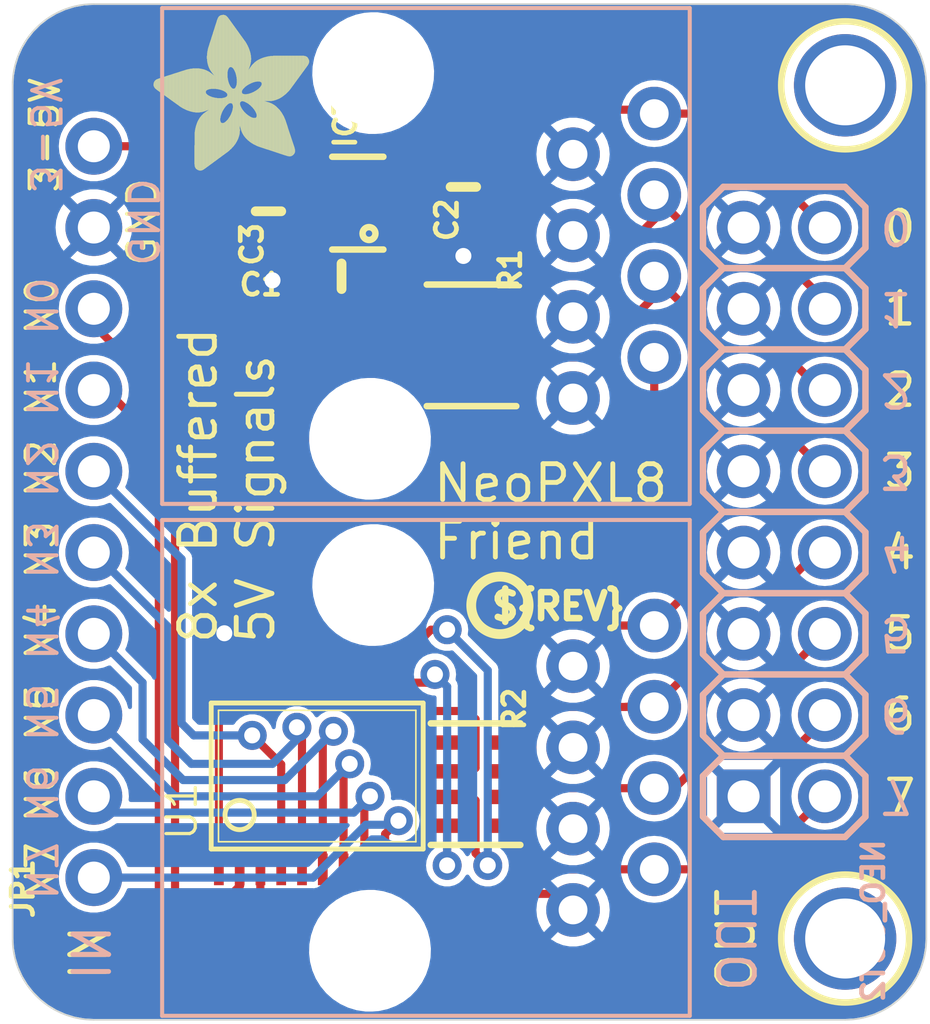
<source format=kicad_pcb>
(kicad_pcb (version 20221018) (generator pcbnew)
  (layers (0 "F.Cu" signal) (31 "B.Cu" signal) (34 "B.Paste" user) (35 "F.Paste" user) (36 "B.SilkS" user "B.Silkscreen") (37 "F.SilkS" user "F.Silkscreen") (38 "B.Mask" user) (39 "F.Mask" user) (44 "Edge.Cuts" user))
  (net 0 "")
  (net 1 "GND")
  (net 2 "N$14")
  (net 3 "N$15")
  (net 4 "3.3V")
  (net 5 "NEO_IN0")
  (net 6 "NEO_IN1")
  (net 7 "NEO_IN2")
  (net 8 "NEO_IN7")
  (net 9 "NEO_IN6")
  (net 10 "NEO_IN5")
  (net 11 "NEO_IN4")
  (net 12 "N$1")
  (net 13 "N$2")
  (net 14 "N$3")
  (net 15 "N$4")
  (net 16 "N$5")
  (net 17 "N$6")
  (net 18 "N$7")
  (net 19 "N$8")
  (net 20 "NEO_OUT0")
  (net 21 "NEO_OUT1")
  (net 22 "NEO_OUT2")
  (net 23 "NEO_OUT3")
  (net 24 "NEO_OUT4")
  (net 25 "NEO_OUT5")
  (net 26 "NEO_OUT6")
  (net 27 "NEO_OUT7")
  (net 28 "+5V")
  (net 29 "NEO_IN3")
  (footprint "working:0603-NO" (layer "F.Cu") (at 144.5006 97.6376 180)
    (fp_text reference "C1" (at 1.778 0.127 180) (layer "F.SilkS") (effects (font (size 0.666496 0.666496) (thickness 0.146304)) (justify right top)))
    (fp_text value "1uF")
    (pad "1" smd rect (at -0.85 0 180) (size 1.075 1) (layers "F.Cu" "F.Paste" "F.Mask") (net 28 "+5V"))
    (pad "2" smd rect (at 0.85 0 180) (size 1.075 1) (layers "F.Cu" "F.Paste" "F.Mask") (net 1 "GND"))
  )
  (footprint "working:0603-NO" (layer "F.Cu") (at 148.3106 94.8436 -90)
    (fp_text reference "C2" (at 1.778 0.127 -90) (layer "F.SilkS") (effects (font (size 0.666496 0.666496) (thickness 0.146304)) (justify left bottom)))
    (fp_text value "1uF")
    (pad "1" smd rect (at -0.85 0 270) (size 1.075 1) (layers "F.Cu" "F.Paste" "F.Mask") (net 4 "3.3V"))
    (pad "2" smd rect (at 0.85 0 270) (size 1.075 1) (layers "F.Cu" "F.Paste" "F.Mask") (net 1 "GND"))
  )
  (footprint "working:ADAFRUIT_5MM" (layer "F.Cu") (at 143.4846 94.3356 90)
    (fp_text reference "U$12" hide)
    (fp_text value "" hide)
  )
  (footprint "working:1X10_ROUND70" (layer "F.Cu") (at 136.7536 105.0036 90)
    (fp_text reference "JP1" (at -12.7762 -1.8288 90) (layer "F.SilkS") (effects (font (size 0.666496 0.666496) (thickness 0.146304)) (justify left bottom)))
    (fp_text value "")
    (pad "1" thru_hole circle (at -11.43 0 180) (size 1.778 1.778) (drill 1) (layers "*.Cu" "*.Mask") (net 8 "NEO_IN7"))
    (pad "2" thru_hole circle (at -8.89 0 180) (size 1.778 1.778) (drill 1) (layers "*.Cu" "*.Mask") (net 9 "NEO_IN6"))
    (pad "3" thru_hole circle (at -6.35 0 180) (size 1.778 1.778) (drill 1) (layers "*.Cu" "*.Mask") (net 10 "NEO_IN5"))
    (pad "4" thru_hole circle (at -3.81 0 180) (size 1.778 1.778) (drill 1) (layers "*.Cu" "*.Mask") (net 11 "NEO_IN4"))
    (pad "5" thru_hole circle (at -1.27 0 180) (size 1.778 1.778) (drill 1) (layers "*.Cu" "*.Mask") (net 29 "NEO_IN3"))
    (pad "6" thru_hole circle (at 1.27 0 180) (size 1.778 1.778) (drill 1) (layers "*.Cu" "*.Mask") (net 7 "NEO_IN2"))
    (pad "7" thru_hole circle (at 3.81 0 180) (size 1.778 1.778) (drill 1) (layers "*.Cu" "*.Mask") (net 6 "NEO_IN1"))
    (pad "8" thru_hole circle (at 6.35 0 180) (size 1.778 1.778) (drill 1) (layers "*.Cu" "*.Mask") (net 5 "NEO_IN0"))
    (pad "9" thru_hole circle (at 8.89 0 180) (size 1.778 1.778) (drill 1) (layers "*.Cu" "*.Mask") (net 1 "GND"))
    (pad "10" thru_hole circle (at 11.43 0 180) (size 1.778 1.778) (drill 1) (layers "*.Cu" "*.Mask") (net 4 "3.3V"))
  )
  (footprint "working:RESPACK_4X0603" (layer "F.Cu") (at 148.5646 99.7966 -90)
    (fp_text reference "R1" (at -1.6 -1.6 -90) (layer "F.SilkS") (effects (font (size 0.666496 0.666496) (thickness 0.146304)) (justify left bottom)))
    (fp_text value "100")
    (pad "1" smd rect (at -1.3 0.85 270) (size 0.45 0.9) (layers "F.Cu" "F.Paste" "F.Mask") (net 19 "N$8"))
    (pad "2" smd rect (at -0.4 0.85 270) (size 0.45 0.9) (layers "F.Cu" "F.Paste" "F.Mask") (net 18 "N$7"))
    (pad "3" smd rect (at 0.4 0.85 270) (size 0.45 0.9) (layers "F.Cu" "F.Paste" "F.Mask") (net 17 "N$6"))
    (pad "4" smd rect (at 1.3 0.85 270) (size 0.45 0.9) (layers "F.Cu" "F.Paste" "F.Mask") (net 16 "N$5"))
    (pad "5" smd rect (at 1.3 -0.85 270) (size 0.45 0.9) (layers "F.Cu" "F.Paste" "F.Mask") (net 23 "NEO_OUT3"))
    (pad "6" smd rect (at 0.4 -0.85 270) (size 0.45 0.9) (layers "F.Cu" "F.Paste" "F.Mask") (net 22 "NEO_OUT2"))
    (pad "7" smd rect (at -0.4 -0.85 270) (size 0.45 0.9) (layers "F.Cu" "F.Paste" "F.Mask") (net 21 "NEO_OUT1"))
    (pad "8" smd rect (at -1.3 -0.85 270) (size 0.45 0.9) (layers "F.Cu" "F.Paste" "F.Mask") (net 20 "NEO_OUT0"))
  )
  (footprint "working:TSSOP20" (layer "F.Cu") (at 143.7386 113.2586)
    (fp_text reference "U1" (at -3.6956 2.0828 90) (layer "F.SilkS") (effects (font (size 0.9144 0.9144) (thickness 0.1016)) (justify left bottom)))
    (fp_text value "74HCT245")
    (pad "1" smd rect (at -3.075 2.9178) (size 0.3048 0.9906) (layers "F.Cu" "F.Paste" "F.Mask") (net 28 "+5V"))
    (pad "2" smd rect (at -2.425 2.9178) (size 0.3048 0.9906) (layers "F.Cu" "F.Paste" "F.Mask") (net 5 "NEO_IN0"))
    (pad "3" smd rect (at -1.775 2.9178) (size 0.3048 0.9906) (layers "F.Cu" "F.Paste" "F.Mask") (net 6 "NEO_IN1"))
    (pad "4" smd rect (at -1.125 2.9178) (size 0.3048 0.9906) (layers "F.Cu" "F.Paste" "F.Mask") (net 7 "NEO_IN2"))
    (pad "5" smd rect (at -0.475 2.9178) (size 0.3048 0.9906) (layers "F.Cu" "F.Paste" "F.Mask") (net 29 "NEO_IN3"))
    (pad "6" smd rect (at 0.175 2.9178) (size 0.3048 0.9906) (layers "F.Cu" "F.Paste" "F.Mask") (net 11 "NEO_IN4"))
    (pad "7" smd rect (at 0.825 2.9178) (size 0.3048 0.9906) (layers "F.Cu" "F.Paste" "F.Mask") (net 10 "NEO_IN5"))
    (pad "8" smd rect (at 1.475 2.9178) (size 0.3048 0.9906) (layers "F.Cu" "F.Paste" "F.Mask") (net 9 "NEO_IN6"))
    (pad "9" smd rect (at 2.125 2.9178) (size 0.3048 0.9906) (layers "F.Cu" "F.Paste" "F.Mask") (net 8 "NEO_IN7"))
    (pad "10" smd rect (at 2.775 2.9178) (size 0.3048 0.9906) (layers "F.Cu" "F.Paste" "F.Mask") (net 1 "GND"))
    (pad "11" smd rect (at 2.775 -2.9178) (size 0.3048 0.9906) (layers "F.Cu" "F.Paste" "F.Mask") (net 12 "N$1"))
    (pad "12" smd rect (at 2.125 -2.9178) (size 0.3048 0.9906) (layers "F.Cu" "F.Paste" "F.Mask") (net 13 "N$2"))
    (pad "13" smd rect (at 1.475 -2.9178) (size 0.3048 0.9906) (layers "F.Cu" "F.Paste" "F.Mask") (net 14 "N$3"))
    (pad "14" smd rect (at 0.825 -2.9178) (size 0.3048 0.9906) (layers "F.Cu" "F.Paste" "F.Mask") (net 15 "N$4"))
    (pad "15" smd rect (at 0.175 -2.9178) (size 0.3048 0.9906) (layers "F.Cu" "F.Paste" "F.Mask") (net 16 "N$5"))
    (pad "16" smd rect (at -0.475 -2.9178) (size 0.3048 0.9906) (layers "F.Cu" "F.Paste" "F.Mask") (net 17 "N$6"))
    (pad "17" smd rect (at -1.125 -2.9178) (size 0.3048 0.9906) (layers "F.Cu" "F.Paste" "F.Mask") (net 18 "N$7"))
    (pad "18" smd rect (at -1.775 -2.9178) (size 0.3048 0.9906) (layers "F.Cu" "F.Paste" "F.Mask") (net 19 "N$8"))
    (pad "19" smd rect (at -2.425 -2.9178) (size 0.3048 0.9906) (layers "F.Cu" "F.Paste" "F.Mask") (net 1 "GND"))
    (pad "20" smd rect (at -3.075 -2.9178) (size 0.3048 0.9906) (layers "F.Cu" "F.Paste" "F.Mask") (net 28 "+5V"))
  )
  (footprint "working:MOUNTINGHOLE_2.5_PLATED" (layer "F.Cu") (at 160.2486 91.6686)
    (fp_text reference "U$3" hide)
    (fp_text value "MOUNTINGHOLE2.5" hide)
    (pad "P$1" thru_hole circle (at 0 0) (size 3.2 3.2) (drill 2.5) (layers "*.Cu" "*.Mask"))
    (zone (net 0) (net_name "") (layer "B.Cu") (connect_pads (clearance 0)) (min_thickness 0.25)
      (keepout (tracks not_allowed) (vias not_allowed) (pads not_allowed) (copperpour not_allowed) (footprints allowed))
      (fill (thermal_gap 0.5) (thermal_bridge_width 0.5))
      (polygon (pts (xy 162.2646 91.6686) (xy 162.24498 91.388027) (xy 162.186504 91.112915) (xy 162.090308 90.848619) (xy 161.958265 90.600283) (xy 161.792946 90.37274) (xy 161.597567 90.17042) (xy 161.375933 89.99726) (xy 161.132356 89.856631) (xy 160.871578 89.75127) (xy 160.598675 89.683228) (xy 160.318957 89.653828) (xy 160.037871 89.663644) (xy 159.760885 89.712484) (xy 159.493393 89.799397) (xy 159.2406 89.922693) (xy 159.007426 90.07997) (xy 158.798411 90.268169) (xy 158.617622 90.483625) (xy 158.468578 90.722145) (xy 158.35418 90.979087) (xy 158.276654 91.24945) (xy 158.237511 91.527971) (xy 158.237511 91.809229) (xy 158.276654 92.08775) (xy 158.35418 92.358113) (xy 158.468578 92.615055) (xy 158.617622 92.853575) (xy 158.798411 93.069031) (xy 159.007426 93.25723) (xy 159.2406 93.414507) (xy 159.493393 93.537803) (xy 159.760885 93.624716) (xy 160.037871 93.673556) (xy 160.318957 93.683372) (xy 160.598675 93.653972) (xy 160.871578 93.58593) (xy 161.132356 93.480569) (xy 161.375933 93.33994) (xy 161.597567 93.16678) (xy 161.792946 92.96446) (xy 161.958265 92.736917) (xy 162.090308 92.488581) (xy 162.186504 92.224285) (xy 162.24498 91.949173)))
      (polygon (pts (xy 160.2326 91.6686) (xy 160.237286 91.679914) (xy 160.2486 91.6846) (xy 160.259914 91.679914) (xy 160.2646 91.6686) (xy 160.259914 91.657286) (xy 160.2486 91.6526) (xy 160.237286 91.657286)))
    )
  )
  (footprint "working:RESPACK_4X0603" (layer "F.Cu") (at 148.6916 113.5126 -90)
    (fp_text reference "R2" (at -1.6 -1.6 -90) (layer "F.SilkS") (effects (font (size 0.666496 0.666496) (thickness 0.146304)) (justify left bottom)))
    (fp_text value "100")
    (pad "1" smd rect (at -1.3 0.85 270) (size 0.45 0.9) (layers "F.Cu" "F.Paste" "F.Mask") (net 15 "N$4"))
    (pad "2" smd rect (at -0.4 0.85 270) (size 0.45 0.9) (layers "F.Cu" "F.Paste" "F.Mask") (net 14 "N$3"))
    (pad "3" smd rect (at 0.4 0.85 270) (size 0.45 0.9) (layers "F.Cu" "F.Paste" "F.Mask") (net 13 "N$2"))
    (pad "4" smd rect (at 1.3 0.85 270) (size 0.45 0.9) (layers "F.Cu" "F.Paste" "F.Mask") (net 12 "N$1"))
    (pad "5" smd rect (at 1.3 -0.85 270) (size 0.45 0.9) (layers "F.Cu" "F.Paste" "F.Mask") (net 27 "NEO_OUT7"))
    (pad "6" smd rect (at 0.4 -0.85 270) (size 0.45 0.9) (layers "F.Cu" "F.Paste" "F.Mask") (net 26 "NEO_OUT6"))
    (pad "7" smd rect (at -0.4 -0.85 270) (size 0.45 0.9) (layers "F.Cu" "F.Paste" "F.Mask") (net 25 "NEO_OUT5"))
    (pad "8" smd rect (at -1.3 -0.85 270) (size 0.45 0.9) (layers "F.Cu" "F.Paste" "F.Mask") (net 24 "NEO_OUT4"))
  )
  (footprint "working:SOT23-6" (layer "F.Cu") (at 145.0086 95.3516 90)
    (fp_text reference "IC3" (at 1.651 0 90) (layer "F.SilkS") (effects (font (size 0.666496 0.666496) (thickness 0.146304)) (justify left bottom)))
    (fp_text value "AP3602")
    (pad "1" smd rect (at -0.95 1.3 90) (size 0.55 1.2) (layers "F.Cu" "F.Paste" "F.Mask") (net 28 "+5V"))
    (pad "2" smd rect (at 0 1.3 90) (size 0.55 1.2) (layers "F.Cu" "F.Paste" "F.Mask") (net 1 "GND"))
    (pad "3" smd rect (at 0.95 1.3 90) (size 0.55 1.2) (layers "F.Cu" "F.Paste" "F.Mask") (net 4 "3.3V"))
    (pad "4" smd rect (at 0.95 -1.3 90) (size 0.55 1.2) (layers "F.Cu" "F.Paste" "F.Mask") (net 3 "N$15"))
    (pad "5" smd rect (at 0 -1.3 90) (size 0.55 1.2) (layers "F.Cu" "F.Paste" "F.Mask") (net 4 "3.3V"))
    (pad "6" smd rect (at -0.95 -1.3 90) (size 0.55 1.2) (layers "F.Cu" "F.Paste" "F.Mask") (net 2 "N$14"))
  )
  (footprint "working:FIDUCIAL_1MM" (layer "F.Cu") (at 148.8821 118.4021)
    (fp_text reference "FID1" hide)
    (fp_text value "FIDUCIAL_1MM" hide)
    (pad "1" smd roundrect (at 0 0) (size 1 1) (layers "F.Cu" "F.Mask") (roundrect_rratio 0.5))
  )
  (footprint "working:MOUNTINGHOLE_2.5_PLATED" (layer "F.Cu") (at 160.2486 118.3386)
    (fp_text reference "U$7" hide)
    (fp_text value "MOUNTINGHOLE2.5" hide)
    (pad "P$1" thru_hole circle (at 0 0) (size 3.2 3.2) (drill 2.5) (layers "*.Cu" "*.Mask"))
    (zone (net 0) (net_name "") (layer "B.Cu") (connect_pads (clearance 0)) (min_thickness 0.25)
      (keepout (tracks not_allowed) (vias not_allowed) (pads not_allowed) (copperpour not_allowed) (footprints allowed))
      (fill (thermal_gap 0.5) (thermal_bridge_width 0.5))
      (polygon (pts (xy 162.2646 118.3386) (xy 162.24498 118.058027) (xy 162.186504 117.782915) (xy 162.090308 117.518619) (xy 161.958265 117.270283) (xy 161.792946 117.04274) (xy 161.597567 116.84042) (xy 161.375933 116.66726) (xy 161.132356 116.526631) (xy 160.871578 116.42127) (xy 160.598675 116.353228) (xy 160.318957 116.323828) (xy 160.037871 116.333644) (xy 159.760885 116.382484) (xy 159.493393 116.469397) (xy 159.2406 116.592693) (xy 159.007426 116.74997) (xy 158.798411 116.938169) (xy 158.617622 117.153625) (xy 158.468578 117.392145) (xy 158.35418 117.649087) (xy 158.276654 117.91945) (xy 158.237511 118.197971) (xy 158.237511 118.479229) (xy 158.276654 118.75775) (xy 158.35418 119.028113) (xy 158.468578 119.285055) (xy 158.617622 119.523575) (xy 158.798411 119.739031) (xy 159.007426 119.92723) (xy 159.2406 120.084507) (xy 159.493393 120.207803) (xy 159.760885 120.294716) (xy 160.037871 120.343556) (xy 160.318957 120.353372) (xy 160.598675 120.323972) (xy 160.871578 120.25593) (xy 161.132356 120.150569) (xy 161.375933 120.00994) (xy 161.597567 119.83678) (xy 161.792946 119.63446) (xy 161.958265 119.406917) (xy 162.090308 119.158581) (xy 162.186504 118.894285) (xy 162.24498 118.619173)))
      (polygon (pts (xy 160.2326 118.3386) (xy 160.237286 118.349914) (xy 160.2486 118.3546) (xy 160.259914 118.349914) (xy 160.2646 118.3386) (xy 160.259914 118.327286) (xy 160.2486 118.3226) (xy 160.237286 118.327286)))
    )
  )
  (footprint "working:0603-NO" (layer "F.Cu") (at 142.2146 95.6056 -90)
    (fp_text reference "C3" (at 1.778 0.127 -90) (layer "F.SilkS") (effects (font (size 0.666496 0.666496) (thickness 0.146304)) (justify left bottom)))
    (fp_text value "1uF")
    (pad "1" smd rect (at -0.85 0 270) (size 1.075 1) (layers "F.Cu" "F.Paste" "F.Mask") (net 3 "N$15"))
    (pad "2" smd rect (at 0.85 0 270) (size 1.075 1) (layers "F.Cu" "F.Paste" "F.Mask") (net 2 "N$14"))
  )
  (footprint "working:FIDUCIAL_1MM" (layer "F.Cu") (at 148.5011 90.9066)
    (fp_text reference "FID2" hide)
    (fp_text value "FIDUCIAL_1MM" hide)
    (pad "1" smd roundrect (at 0 0) (size 1 1) (layers "F.Cu" "F.Mask") (roundrect_rratio 0.5))
  )
  (footprint "working:PCBFEAT-REV-040" (layer "F.Cu") (at 149.4536 107.9246)
    (fp_text reference "U$11" hide)
    (fp_text value "" hide)
    (fp_text user "${REV}" (at -0.3556 0.508) (layer "F.SilkS") (effects (font (size 0.8128 0.8128) (thickness 0.2032)) (justify left bottom)))
  )
  (footprint "working:2X08" (layer "B.Cu") (at 158.3436 105.0036 90)
    (fp_text reference "NEO_OUT2" (at -10.16 3.175 270) (layer "B.SilkS") (effects (font (size 0.666496 0.666496) (thickness 0.146304)) (justify left bottom mirror)))
    (fp_text value "")
    (pad "1" thru_hole rect (at -8.89 -1.27 90) (size 1.6764 1.6764) (drill 1) (layers "*.Cu" "*.Mask") (net 1 "GND"))
    (pad "2" thru_hole circle (at -8.89 1.27 90) (size 1.6764 1.6764) (drill 1) (layers "*.Cu" "*.Mask") (net 27 "NEO_OUT7"))
    (pad "3" thru_hole circle (at -6.35 -1.27 90) (size 1.6764 1.6764) (drill 1) (layers "*.Cu" "*.Mask") (net 1 "GND"))
    (pad "4" thru_hole circle (at -6.35 1.27 90) (size 1.6764 1.6764) (drill 1) (layers "*.Cu" "*.Mask") (net 26 "NEO_OUT6"))
    (pad "5" thru_hole circle (at -3.81 -1.27 90) (size 1.6764 1.6764) (drill 1) (layers "*.Cu" "*.Mask") (net 1 "GND"))
    (pad "6" thru_hole circle (at -3.81 1.27 90) (size 1.6764 1.6764) (drill 1) (layers "*.Cu" "*.Mask") (net 25 "NEO_OUT5"))
    (pad "7" thru_hole circle (at -1.27 -1.27 90) (size 1.6764 1.6764) (drill 1) (layers "*.Cu" "*.Mask") (net 1 "GND"))
    (pad "8" thru_hole circle (at -1.27 1.27 90) (size 1.6764 1.6764) (drill 1) (layers "*.Cu" "*.Mask") (net 24 "NEO_OUT4"))
    (pad "9" thru_hole circle (at 1.27 -1.27 90) (size 1.6764 1.6764) (drill 1) (layers "*.Cu" "*.Mask") (net 1 "GND"))
    (pad "10" thru_hole circle (at 1.27 1.27 90) (size 1.6764 1.6764) (drill 1) (layers "*.Cu" "*.Mask") (net 23 "NEO_OUT3"))
    (pad "11" thru_hole circle (at 3.81 -1.27 90) (size 1.6764 1.6764) (drill 1) (layers "*.Cu" "*.Mask") (net 1 "GND"))
    (pad "12" thru_hole circle (at 3.81 1.27 90) (size 1.6764 1.6764) (drill 1) (layers "*.Cu" "*.Mask") (net 22 "NEO_OUT2"))
    (pad "13" thru_hole circle (at 6.35 -1.27 90) (size 1.6764 1.6764) (drill 1) (layers "*.Cu" "*.Mask") (net 1 "GND"))
    (pad "14" thru_hole circle (at 6.35 1.27 90) (size 1.6764 1.6764) (drill 1) (layers "*.Cu" "*.Mask") (net 21 "NEO_OUT1"))
    (pad "15" thru_hole circle (at 8.89 -1.27 90) (size 1.6764 1.6764) (drill 1) (layers "*.Cu" "*.Mask") (net 1 "GND"))
    (pad "16" thru_hole circle (at 8.89 1.27 90) (size 1.6764 1.6764) (drill 1) (layers "*.Cu" "*.Mask") (net 20 "NEO_OUT0"))
  )
  (footprint "working:RJ45_VERTICAL_UNSHIELDED" (layer "B.Cu") (at 145.3896 97.0026 90)
    (fp_text reference "CN2" hide)
    (fp_text value "RJ45_V_UNSH" hide)
    (pad "" np_thru_hole circle (at -5.715 0 90) (size 3.302 3.302) (drill 3.302) (layers "*.Cu" "*.Mask"))
    (pad "" np_thru_hole circle (at 5.715 0.1 90) (size 3.302 3.302) (drill 3.302) (layers "*.Cu" "*.Mask"))
    (pad "1" thru_hole circle (at -4.44 6.35 90) (size 1.6764 1.6764) (drill 0.9) (layers "*.Cu" "*.Mask") (net 1 "GND"))
    (pad "2" thru_hole circle (at -3.17 8.89 90) (size 1.6764 1.6764) (drill 0.9) (layers "*.Cu" "*.Mask") (net 23 "NEO_OUT3"))
    (pad "3" thru_hole circle (at -1.9 6.35 90) (size 1.6764 1.6764) (drill 0.9) (layers "*.Cu" "*.Mask") (net 1 "GND"))
    (pad "4" thru_hole circle (at -0.63 8.89 90) (size 1.6764 1.6764) (drill 0.9) (layers "*.Cu" "*.Mask") (net 22 "NEO_OUT2"))
    (pad "5" thru_hole circle (at 0.64 6.35 90) (size 1.6764 1.6764) (drill 0.9) (layers "*.Cu" "*.Mask") (net 1 "GND"))
    (pad "6" thru_hole circle (at 1.91 8.89 90) (size 1.6764 1.6764) (drill 0.9) (layers "*.Cu" "*.Mask") (net 21 "NEO_OUT1"))
    (pad "7" thru_hole circle (at 3.18 6.35 90) (size 1.6764 1.6764) (drill 0.9) (layers "*.Cu" "*.Mask") (net 1 "GND"))
    (pad "8" thru_hole circle (at 4.45 8.89 90) (size 1.6764 1.6764) (drill 0.9) (layers "*.Cu" "*.Mask") (net 20 "NEO_OUT0"))
  )
  (footprint "working:RJ45_VERTICAL_UNSHIELDED" (layer "B.Cu") (at 145.3896 113.0046 90)
    (fp_text reference "CN1" hide)
    (fp_text value "RJ45_V_UNSH" hide)
    (pad "" np_thru_hole circle (at -5.715 0 90) (size 3.302 3.302) (drill 3.302) (layers "*.Cu" "*.Mask"))
    (pad "" np_thru_hole circle (at 5.715 0.1 90) (size 3.302 3.302) (drill 3.302) (layers "*.Cu" "*.Mask"))
    (pad "1" thru_hole circle (at -4.44 6.35 90) (size 1.6764 1.6764) (drill 0.9) (layers "*.Cu" "*.Mask") (net 1 "GND"))
    (pad "2" thru_hole circle (at -3.17 8.89 90) (size 1.6764 1.6764) (drill 0.9) (layers "*.Cu" "*.Mask") (net 27 "NEO_OUT7"))
    (pad "3" thru_hole circle (at -1.9 6.35 90) (size 1.6764 1.6764) (drill 0.9) (layers "*.Cu" "*.Mask") (net 1 "GND"))
    (pad "4" thru_hole circle (at -0.63 8.89 90) (size 1.6764 1.6764) (drill 0.9) (layers "*.Cu" "*.Mask") (net 26 "NEO_OUT6"))
    (pad "5" thru_hole circle (at 0.64 6.35 90) (size 1.6764 1.6764) (drill 0.9) (layers "*.Cu" "*.Mask") (net 1 "GND"))
    (pad "6" thru_hole circle (at 1.91 8.89 90) (size 1.6764 1.6764) (drill 0.9) (layers "*.Cu" "*.Mask") (net 25 "NEO_OUT5"))
    (pad "7" thru_hole circle (at 3.18 6.35 90) (size 1.6764 1.6764) (drill 0.9) (layers "*.Cu" "*.Mask") (net 1 "GND"))
    (pad "8" thru_hole circle (at 4.45 8.89 90) (size 1.6764 1.6764) (drill 0.9) (layers "*.Cu" "*.Mask") (net 24 "NEO_OUT4"))
  )
  (gr_arc (start 162.7886 118.3386) (mid 162.044651 120.134651) (end 160.2486 120.8786) (stroke (width 0.05)) (layer "Edge.Cuts"))
  (gr_arc (start 160.2486 89.1286) (mid 162.044651 89.872549) (end 162.7886 91.6686) (stroke (width 0.05)) (layer "Edge.Cuts"))
  (gr_line (start 136.7536 120.8786) (end 160.2486 120.8786) (stroke (width 0.05)) (layer "Edge.Cuts"))
  (gr_arc (start 134.2136 91.6686) (mid 134.957549 89.872549) (end 136.7536 89.1286) (stroke (width 0.05)) (layer "Edge.Cuts"))
  (gr_line (start 134.2136 91.6686) (end 134.2136 118.3386) (stroke (width 0.05)) (layer "Edge.Cuts"))
  (gr_arc (start 136.7536 120.8786) (mid 134.957549 120.134651) (end 134.2136 118.3386) (stroke (width 0.05)) (layer "Edge.Cuts"))
  (gr_line (start 162.7886 118.3386) (end 162.7886 91.6686) (stroke (width 0.05)) (layer "Edge.Cuts"))
  (gr_line (start 160.2486 89.1286) (end 136.7536 89.1286) (stroke (width 0.05)) (layer "Edge.Cuts"))
  (gr_text "5" (at 161.2646 108.8136 -180) (layer "B.SilkS") (effects (font (size 1.00584 1.00584) (thickness 0.13716)) (justify left mirror)))
  (gr_text "0" (at 161.2646 96.1136 -180) (layer "B.SilkS") (effects (font (size 1.00584 1.00584) (thickness 0.13716)) (justify left mirror)))
  (gr_text "N3" (at 135.1026 107.1626 -90) (layer "B.SilkS") (effects (font (size 0.89408 0.89408) (thickness 0.12192)) (justify left mirror)))
  (gr_text "N7" (at 135.1026 117.1956 -90) (layer "B.SilkS") (effects (font (size 0.89408 0.89408) (thickness 0.12192)) (justify left mirror)))
  (gr_text "2" (at 161.2646 101.1936 -180) (layer "B.SilkS") (effects (font (size 1.00584 1.00584) (thickness 0.13716)) (justify left mirror)))
  (gr_text "N6" (at 135.1026 114.7826 -90) (layer "B.SilkS") (effects (font (size 0.89408 0.89408) (thickness 0.12192)) (justify left mirror)))
  (gr_text "7" (at 161.2646 113.8936 -180) (layer "B.SilkS") (effects (font (size 1.00584 1.00584) (thickness 0.13716)) (justify left mirror)))
  (gr_text "1" (at 161.2646 98.6536 -180) (layer "B.SilkS") (effects (font (size 1.00584 1.00584) (thickness 0.13716)) (justify left mirror)))
  (gr_text "OUT" (at 157.4546 116.6876 -90) (layer "B.SilkS") (effects (font (size 1.1176 1.1176) (thickness 0.1524)) (justify right top mirror)))
  (gr_text "GND" (at 138.2776 97.3836 -90) (layer "B.SilkS") (effects (font (size 0.89408 0.89408) (thickness 0.12192)) (justify left mirror)))
  (gr_text "IN" (at 137.2616 117.8306 -90) (layer "B.SilkS") (effects (font (size 1.1176 1.1176) (thickness 0.1524)) (justify right top mirror)))
  (gr_text "N4" (at 135.1026 109.7026 -90) (layer "B.SilkS") (effects (font (size 0.89408 0.89408) (thickness 0.12192)) (justify left mirror)))
  (gr_text "3" (at 161.2646 103.7336 -180) (layer "B.SilkS") (effects (font (size 1.00584 1.00584) (thickness 0.13716)) (justify left mirror)))
  (gr_text "4" (at 161.2646 106.2736 -180) (layer "B.SilkS") (effects (font (size 1.00584 1.00584) (thickness 0.13716)) (justify left mirror)))
  (gr_text "6" (at 161.2646 111.3536 -180) (layer "B.SilkS") (effects (font (size 1.00584 1.00584) (thickness 0.13716)) (justify left mirror)))
  (gr_text "N0" (at 135.1026 99.5426 -90) (layer "B.SilkS") (effects (font (size 0.89408 0.89408) (thickness 0.12192)) (justify left mirror)))
  (gr_text "N1" (at 135.1026 102.0826 -90) (layer "B.SilkS") (effects (font (size 0.89408 0.89408) (thickness 0.12192)) (justify left mirror)))
  (gr_text "3-5V" (at 135.2296 95.0976 -90) (layer "B.SilkS") (effects (font (size 0.89408 0.89408) (thickness 0.12192)) (justify left mirror)))
  (gr_text "N2" (at 135.1026 104.6226 -90) (layer "B.SilkS") (effects (font (size 0.89408 0.89408) (thickness 0.12192)) (justify left mirror)))
  (gr_text "N5" (at 135.1026 112.2426 -90) (layer "B.SilkS") (effects (font (size 0.89408 0.89408) (thickness 0.12192)) (justify left mirror)))
  (gr_text "GND" (at 138.2776 97.3836 90) (layer "F.SilkS") (effects (font (size 0.89408 0.89408) (thickness 0.12192)) (justify left)))
  (gr_text "N1" (at 135.1026 102.0826 90) (layer "F.SilkS") (effects (font (size 0.89408 0.89408) (thickness 0.12192)) (justify left)))
  (gr_text "1" (at 162.5346 98.6536) (layer "F.SilkS") (effects (font (size 1.00584 1.00584) (thickness 0.13716)) (justify right)))
  (gr_text "N6" (at 135.1026 114.7826 90) (layer "F.SilkS") (effects (font (size 0.89408 0.89408) (thickness 0.12192)) (justify left)))
  (gr_text "OUT" (at 156.1846 116.6876 90) (layer "F.SilkS") (effects (font (size 1.1176 1.1176) (thickness 0.1524)) (justify right top)))
  (gr_text "5" (at 162.5346 108.8136) (layer "F.SilkS") (effects (font (size 1.00584 1.00584) (thickness 0.13716)) (justify right)))
  (gr_text "3-5V" (at 135.2296 95.0976 90) (layer "F.SilkS") (effects (font (size 0.89408 0.89408) (thickness 0.12192)) (justify left)))
  (gr_text "N5" (at 135.1026 112.2426 90) (layer "F.SilkS") (effects (font (size 0.89408 0.89408) (thickness 0.12192)) (justify left)))
  (gr_text "7" (at 162.5346 113.8936) (layer "F.SilkS") (effects (font (size 1.00584 1.00584) (thickness 0.13716)) (justify right)))
  (gr_text "3" (at 162.5346 103.7336) (layer "F.SilkS") (effects (font (size 1.00584 1.00584) (thickness 0.13716)) (justify right)))
  (gr_text "N3" (at 135.1026 107.1626 90) (layer "F.SilkS") (effects (font (size 0.89408 0.89408) (thickness 0.12192)) (justify left)))
  (gr_text "N0" (at 135.1026 99.5426 90) (layer "F.SilkS") (effects (font (size 0.89408 0.89408) (thickness 0.12192)) (justify left)))
  (gr_text "IN" (at 137.2616 119.7356 90) (layer "F.SilkS") (effects (font (size 1.1176 1.1176) (thickness 0.1524)) (justify left bottom)))
  (gr_text "6" (at 162.5346 111.3536) (layer "F.SilkS") (effects (font (size 1.00584 1.00584) (thickness 0.13716)) (justify right)))
  (gr_text "N7" (at 135.1026 117.1956 90) (layer "F.SilkS") (effects (font (size 0.89408 0.89408) (thickness 0.12192)) (justify left)))
  (gr_text "8x Buffered\n5V Signals" (at 142.4686 109.1946 90) (layer "F.SilkS") (effects (font (size 1.1176 1.1176) (thickness 0.1524)) (justify left bottom)))
  (gr_text "4" (at 162.5346 106.2736) (layer "F.SilkS") (effects (font (size 1.00584 1.00584) (thickness 0.13716)) (justify right)))
  (gr_text "NeoPXL8\nFriend" (at 147.2946 105.0036) (layer "F.SilkS") (effects (font (size 1.1176 1.1176) (thickness 0.1524)) (justify left)))
  (gr_text "2" (at 162.5346 101.1936) (layer "F.SilkS") (effects (font (size 1.00584 1.00584) (thickness 0.13716)) (justify right)))
  (gr_text "N4" (at 135.1026 109.7026 90) (layer "F.SilkS") (effects (font (size 0.89408 0.89408) (thickness 0.12192)) (justify left)))
  (gr_text "0" (at 162.5346 96.1136) (layer "F.SilkS") (effects (font (size 1.00584 1.00584) (thickness 0.13716)) (justify right)))
  (gr_text "N2" (at 135.1026 104.6226 90) (layer "F.SilkS") (effects (font (size 0.89408 0.89408) (thickness 0.12192)) (justify left)))
  (segment (start 140.8176 108.8136) (end 140.83515 108.79605) (width 0.254) (layer "F.Cu") (net 1))
  (segment (start 147.5096 95.6936) (end 148.3106 95.6936) (width 0.254) (layer "F.Cu") (net 1))
  (segment (start 140.9446 108.8136) (end 140.8176 108.8136) (width 0.254) (layer "F.Cu") (net 1))
  (segment (start 141.3136 109.1826) (end 140.9446 108.8136) (width 0.254) (layer "F.Cu") (net 1))
  (segment (start 146.3086 95.3516) (end 147.1676 95.3516) (width 0.254) (layer "F.Cu") (net 1))
  (segment (start 147.2788 116.9416) (end 146.5136 116.1764) (width 0.254) (layer "F.Cu") (net 1))
  (segment (start 151.7396 117.4446) (end 151.2366 116.9416) (width 0.254) (layer "F.Cu") (net 1))
  (segment (start 147.1676 95.3516) (end 147.5096 95.6936) (width 0.254) (layer "F.Cu") (net 1))
  (segment (start 143.6506 97.6376) (end 142.4686 97.6376) (width 0.254) (layer "F.Cu") (net 1))
  (segment (start 151.2366 116.9416) (end 147.2788 116.9416) (width 0.254) (layer "F.Cu") (net 1))
  (segment (start 142.4686 97.6376) (end 142.3416 97.7646) (width 0.254) (layer "F.Cu") (net 1))
  (segment (start 148.3106 95.6936) (end 148.3106 97.0026) (width 0.254) (layer "F.Cu") (net 1))
  (segment (start 141.3136 110.3408) (end 141.3136 109.1826) (width 0.254) (layer "F.Cu") (net 1))
  (via (at 148.3106 97.0026) (size 0.9064) (drill 0.5) (layers "F.Cu" "B.Cu") (net 1))
  (via (at 142.3416 97.7646) (size 0.9064) (drill 0.5) (layers "F.Cu" "B.Cu") (net 1))
  (via (at 140.83515 108.79605) (size 0.9064) (drill 0.5) (layers "F.Cu" "B.Cu") (net 1))
  (segment (start 142.2146 96.4556) (end 142.3686 96.3016) (width 0.254) (layer "F.Cu") (net 2))
  (segment (start 142.3686 96.3016) (end 143.7086 96.3016) (width 0.254) (layer "F.Cu") (net 2))
  (segment (start 142.5686 94.4016) (end 143.7086 94.4016) (width 0.254) (layer "F.Cu") (net 3))
  (segment (start 142.2146 94.7556) (end 142.5686 94.4016) (width 0.254) (layer "F.Cu") (net 3))
  (segment (start 143.7086 95.3516) (end 144.6276 95.3516) (width 0.254) (layer "F.Cu") (net 4))
  (segment (start 148.0296 94.2746) (end 148.3106 93.9936) (width 0.254) (layer "F.Cu") (net 4))
  (segment (start 144.8816 93.5736) (end 145.6076 93.5736) (width 0.254) (layer "F.Cu") (net 4))
  (segment (start 146.3086 94.2746) (end 148.0296 94.2746) (width 0.254) (layer "F.Cu") (net 4))
  (segment (start 145.6076 93.5736) (end 146.3086 94.2746) (width 0.254) (layer "F.Cu") (net 4))
  (segment (start 144.6276 95.3516) (end 144.8816 95.0976) (width 0.254) (layer "F.Cu") (net 4))
  (segment (start 144.8816 95.0976) (end 144.8816 93.5736) (width 0.254) (layer "F.Cu") (net 4))
  (segment (start 136.7536 93.5736) (end 144.8816 93.5736) (width 0.254) (layer "F.Cu") (net 4))
  (segment (start 146.3086 94.2746) (end 146.3086 94.4016) (width 0.254) (layer "F.Cu") (net 4))
  (segment (start 140.8176 117.1956) (end 141.3256 116.6876) (width 0.254) (layer "F.Cu") (net 5))
  (segment (start 136.7536 99.1616) (end 139.2936 101.7016) (width 0.254) (layer "F.Cu") (net 5))
  (segment (start 139.5476 117.1956) (end 140.8176 117.1956) (width 0.254) (layer "F.Cu") (net 5))
  (segment (start 139.2936 101.7016) (end 139.2936 116.9416) (width 0.254) (layer "F.Cu") (net 5))
  (segment (start 139.2936 116.9416) (end 139.5476 117.1956) (width 0.254) (layer "F.Cu") (net 5))
  (segment (start 141.3256 116.6876) (end 141.3256 116.1884) (width 0.254) (layer "F.Cu") (net 5))
  (segment (start 141.3256 116.1884) (end 141.3136 116.1764) (width 0.254) (layer "F.Cu") (net 5))
  (segment (start 136.7536 98.6536) (end 136.7536 99.1616) (width 0.254) (layer "F.Cu") (net 5))
  (segment (start 139.2936 117.7036) (end 141.3256 117.7036) (width 0.254) (layer "F.Cu") (net 6))
  (segment (start 141.9606 117.0686) (end 141.9606 116.1794) (width 0.254) (layer "F.Cu") (net 6))
  (segment (start 138.7856 102.8446) (end 138.7856 117.1956) (width 0.254) (layer "F.Cu") (net 6))
  (segment (start 141.3256 117.7036) (end 141.9606 117.0686) (width 0.254) (layer "F.Cu") (net 6))
  (segment (start 138.7856 117.1956) (end 139.2936 117.7036) (width 0.254) (layer "F.Cu") (net 6))
  (segment (start 136.7536 101.1936) (end 137.1346 101.1936) (width 0.254) (layer "F.Cu") (net 6))
  (segment (start 137.1346 101.1936) (end 138.7856 102.8446) (width 0.254) (layer "F.Cu") (net 6))
  (segment (start 141.9606 116.1794) (end 141.9636 116.1764) (width 0.254) (layer "F.Cu") (net 6))
  (segment (start 142.6136 112.8956) (end 141.7066 111.9886) (width 0.254) (layer "F.Cu") (net 7))
  (segment (start 142.6136 116.1764) (end 142.6136 112.8956) (width 0.254) (layer "F.Cu") (net 7))
  (via (at 141.7066 111.9886) (size 0.9064) (drill 0.5) (layers "F.Cu" "B.Cu") (net 7))
  (segment (start 139.8778 111.9886) (end 141.7066 111.9886) (width 0.254) (layer "B.Cu") (net 7))
  (segment (start 139.4968 111.6076) (end 139.8778 111.9886) (width 0.254) (layer "B.Cu") (net 7))
  (segment (start 136.7536 103.7336) (end 139.4968 106.4768) (width 0.254) (layer "B.Cu") (net 7))
  (segment (start 139.4968 106.4768) (end 139.4968 111.6076) (width 0.254) (layer "B.Cu") (net 7))
  (segment (start 145.8636 116.1764) (end 145.8636 115.0706) (width 0.254) (layer "F.Cu") (net 8))
  (segment (start 145.8636 115.0706) (end 146.2786 114.6556) (width 0.254) (layer "F.Cu") (net 8))
  (via (at 146.2786 114.6556) (size 0.9064) (drill 0.5) (layers "F.Cu" "B.Cu") (net 8))
  (segment (start 136.7536 116.4336) (end 143.6116 116.4336) (width 0.254) (layer "B.Cu") (net 8))
  (segment (start 143.6116 116.4336) (end 145.2626 114.7826) (width 0.254) (layer "B.Cu") (net 8))
  (segment (start 146.1516 114.7826) (end 146.2786 114.6556) (width 0.254) (layer "B.Cu") (net 8))
  (segment (start 145.2626 114.7826) (end 146.1516 114.7826) (width 0.254) (layer "B.Cu") (net 8))
  (segment (start 145.2136 114.0696) (end 145.3896 113.8936) (width 0.254) (layer "F.Cu") (net 9))
  (segment (start 145.2136 116.1764) (end 145.2136 114.0696) (width 0.254) (layer "F.Cu") (net 9))
  (via (at 145.3896 113.8936) (size 0.9064) (drill 0.5) (layers "F.Cu" "B.Cu") (net 9))
  (segment (start 144.8816 114.4016) (end 137.2616 114.4016) (width 0.254) (layer "B.Cu") (net 9))
  (segment (start 145.3896 113.8936) (end 144.8816 114.4016) (width 0.254) (layer "B.Cu") (net 9))
  (segment (start 137.2616 114.4016) (end 136.7536 113.8936) (width 0.254) (layer "B.Cu") (net 9))
  (segment (start 144.5636 116.1764) (end 144.5636 113.0686) (width 0.254) (layer "F.Cu") (net 10))
  (segment (start 144.5636 113.0686) (end 144.7546 112.8776) (width 0.254) (layer "F.Cu") (net 10))
  (via (at 144.7546 112.8776) (size 0.9064) (drill 0.5) (layers "F.Cu" "B.Cu") (net 10))
  (segment (start 143.7386 113.8936) (end 139.2936 113.8936) (width 0.254) (layer "B.Cu") (net 10))
  (segment (start 144.7546 112.8776) (end 143.7386 113.8936) (width 0.254) (layer "B.Cu") (net 10))
  (segment (start 139.2936 113.8936) (end 136.7536 111.3536) (width 0.254) (layer "B.Cu") (net 10))
  (segment (start 143.9136 112.1946) (end 144.2466 111.8616) (width 0.254) (layer "F.Cu") (net 11))
  (segment (start 143.9136 116.1764) (end 143.9136 112.1946) (width 0.254) (layer "F.Cu") (net 11))
  (via (at 144.2466 111.8616) (size 0.9064) (drill 0.5) (layers "F.Cu" "B.Cu") (net 11))
  (segment (start 139.5476 113.3856) (end 138.2776 112.1156) (width 0.254) (layer "B.Cu") (net 11))
  (segment (start 138.2776 112.1156) (end 138.2776 110.3376) (width 0.254) (layer "B.Cu") (net 11))
  (segment (start 142.7226 113.3856) (end 139.5476 113.3856) (width 0.254) (layer "B.Cu") (net 11))
  (segment (start 138.2776 110.3376) (end 136.7536 108.8136) (width 0.254) (layer "B.Cu") (net 11))
  (segment (start 144.2466 111.8616) (end 142.7226 113.3856) (width 0.254) (layer "B.Cu") (net 11))
  (segment (start 147.1644 110.3408) (end 147.4216 110.0836) (width 0.254) (layer "F.Cu") (net 12))
  (segment (start 147.8026 114.8126) (end 147.8026 116.0526) (width 0.254) (layer "F.Cu") (net 12))
  (segment (start 147.8416 114.8126) (end 147.8026 114.8126) (width 0.254) (layer "F.Cu") (net 12))
  (segment (start 146.5136 110.3408) (end 147.1644 110.3408) (width 0.254) (layer "F.Cu") (net 12))
  (via (at 147.4216 110.0836) (size 0.9064) (drill 0.5) (layers "F.Cu" "B.Cu") (net 12))
  (via (at 147.8026 116.0526) (size 0.9064) (drill 0.5) (layers "F.Cu" "B.Cu") (net 12))
  (segment (start 147.8026 116.0526) (end 147.8026 110.4646) (width 0.254) (layer "B.Cu") (net 12))
  (segment (start 147.8026 110.4646) (end 147.4216 110.0836) (width 0.254) (layer "B.Cu") (net 12))
  (segment (start 147.8026 108.6866) (end 147.2946 108.6866) (width 0.254) (layer "F.Cu") (net 13))
  (segment (start 148.6916 115.6716) (end 149.0726 116.0526) (width 0.254) (layer "F.Cu") (net 13))
  (segment (start 145.8636 109.6096) (end 145.8636 110.3408) (width 0.254) (layer "F.Cu") (net 13))
  (segment (start 147.2946 108.6866) (end 146.5326 109.4486) (width 0.254) (layer "F.Cu") (net 13))
  (segment (start 148.6916 114.0206) (end 148.6916 115.6716) (width 0.254) (layer "F.Cu") (net 13))
  (segment (start 147.8416 113.9126) (end 148.5836 113.9126) (width 0.254) (layer "F.Cu") (net 13))
  (segment (start 146.5326 109.4486) (end 146.0246 109.4486) (width 0.254) (layer "F.Cu") (net 13))
  (segment (start 148.5836 113.9126) (end 148.6916 114.0206) (width 0.254) (layer "F.Cu") (net 13))
  (segment (start 146.0246 109.4486) (end 145.8636 109.6096) (width 0.254) (layer "F.Cu") (net 13))
  (via (at 149.0726 116.0526) (size 0.9064) (drill 0.5) (layers "F.Cu" "B.Cu") (net 13))
  (via (at 147.8026 108.6866) (size 0.9064) (drill 0.5) (layers "F.Cu" "B.Cu") (net 13))
  (segment (start 149.0726 109.9566) (end 147.8026 108.6866) (width 0.254) (layer "B.Cu") (net 13))
  (segment (start 149.0726 116.0526) (end 149.0726 109.9566) (width 0.254) (layer "B.Cu") (net 13))
  (segment (start 148.5646 113.1316) (end 147.8606 113.1316) (width 0.254) (layer "F.Cu") (net 14))
  (segment (start 148.6916 111.4806) (end 148.6916 113.0046) (width 0.254) (layer "F.Cu") (net 14))
  (segment (start 145.2136 110.9236) (end 145.5166 111.2266) (width 0.254) (layer "F.Cu") (net 14))
  (segment (start 147.8606 113.1316) (end 147.8416 113.1126) (width 0.254) (layer "F.Cu") (net 14))
  (segment (start 145.2136 110.3408) (end 145.2136 110.9236) (width 0.254) (layer "F.Cu") (net 14))
  (segment (start 148.4376 111.2266) (end 148.6916 111.4806) (width 0.254) (layer "F.Cu") (net 14))
  (segment (start 148.6916 113.0046) (end 148.5646 113.1316) (width 0.254) (layer "F.Cu") (net 14))
  (segment (start 145.5166 111.2266) (end 148.4376 111.2266) (width 0.254) (layer "F.Cu") (net 14))
  (segment (start 144.5636 111.0356) (end 145.7406 112.2126) (width 0.254) (layer "F.Cu") (net 15))
  (segment (start 145.7406 112.2126) (end 147.8416 112.2126) (width 0.254) (layer "F.Cu") (net 15))
  (segment (start 144.5636 110.3408) (end 144.5636 111.0356) (width 0.254) (layer "F.Cu") (net 15))
  (segment (start 147.7146 101.0966) (end 147.0706 101.0966) (width 0.254) (layer "F.Cu") (net 16))
  (segment (start 143.7386 100.6856) (end 143.3576 101.0666) (width 0.254) (layer "F.Cu") (net 16))
  (segment (start 146.6596 100.6856) (end 143.7386 100.6856) (width 0.254) (layer "F.Cu") (net 16))
  (segment (start 143.3576 101.0666) (end 143.3576 108.0516) (width 0.254) (layer "F.Cu") (net 16))
  (segment (start 143.9136 108.6076) (end 143.9136 110.3408) (width 0.254) (layer "F.Cu") (net 16))
  (segment (start 143.3576 108.0516) (end 143.9136 108.6076) (width 0.254) (layer "F.Cu") (net 16))
  (segment (start 147.0706 101.0966) (end 146.6596 100.6856) (width 0.254) (layer "F.Cu") (net 16))
  (segment (start 143.2636 108.7196) (end 143.2636 110.3408) (width 0.254) (layer "F.Cu") (net 17))
  (segment (start 142.8496 100.8126) (end 143.4656 100.1966) (width 0.254) (layer "F.Cu") (net 17))
  (segment (start 142.8496 108.3056) (end 143.2636 108.7196) (width 0.254) (layer "F.Cu") (net 17))
  (segment (start 142.8496 100.8126) (end 142.8496 108.3056) (width 0.254) (layer "F.Cu") (net 17))
  (segment (start 147.7146 100.1966) (end 143.4656 100.1966) (width 0.254) (layer "F.Cu") (net 17))
  (segment (start 142.6136 108.8316) (end 142.6136 110.3408) (width 0.254) (layer "F.Cu") (net 18))
  (segment (start 147.6066 99.2886) (end 147.7146 99.3966) (width 0.254) (layer "F.Cu") (net 18))
  (segment (start 147.0406 99.2886) (end 147.6066 99.2886) (width 0.254) (layer "F.Cu") (net 18))
  (segment (start 142.3416 100.5586) (end 142.3416 108.5596) (width 0.254) (layer "F.Cu") (net 18))
  (segment (start 143.2306 99.6696) (end 146.6596 99.6696) (width 0.254) (layer "F.Cu") (net 18))
  (segment (start 143.2306 99.6696) (end 142.3416 100.5586) (width 0.254) (layer "F.Cu") (net 18))
  (segment (start 142.3416 108.5596) (end 142.6136 108.8316) (width 0.254) (layer "F.Cu") (net 18))
  (segment (start 146.6596 99.6696) (end 147.0406 99.2886) (width 0.254) (layer "F.Cu") (net 18))
  (segment (start 141.7066 100.4316) (end 141.7066 108.6866) (width 0.254) (layer "F.Cu") (net 19))
  (segment (start 141.7066 108.6866) (end 141.9636 108.9436) (width 0.254) (layer "F.Cu") (net 19))
  (segment (start 141.9636 108.9436) (end 141.9636 110.3408) (width 0.254) (layer "F.Cu") (net 19))
  (segment (start 142.9766 99.1616) (end 146.2786 99.1616) (width 0.254) (layer "F.Cu") (net 19))
  (segment (start 146.2786 99.1616) (end 146.9436 98.4966) (width 0.254) (layer "F.Cu") (net 19))
  (segment (start 142.9766 99.1616) (end 141.7066 100.4316) (width 0.254) (layer "F.Cu") (net 19))
  (segment (start 146.9436 98.4966) (end 147.7146 98.4966) (width 0.254) (layer "F.Cu") (net 19))
  (segment (start 150.3426 92.4306) (end 154.1576 92.4306) (width 0.254) (layer "F.Cu") (net 20))
  (segment (start 154.2796 92.5526) (end 156.0526 92.5526) (width 0.254) (layer "F.Cu") (net 20))
  (segment (start 149.4146 93.3586) (end 150.3426 92.4306) (width 0.254) (layer "F.Cu") (net 20))
  (segment (start 156.0526 92.5526) (end 159.6136 96.1136) (width 0.254) (layer "F.Cu") (net 20))
  (segment (start 154.1576 92.4306) (end 154.2796 92.5526) (width 0.254) (layer "F.Cu") (net 20))
  (segment (start 149.4146 98.4966) (end 149.4146 93.3586) (width 0.254) (layer "F.Cu") (net 20))
  (segment (start 158.5976 97.3836) (end 159.8676 98.6536) (width 0.254) (layer "F.Cu") (net 21))
  (segment (start 156.5656 97.3836) (end 158.5976 97.3836) (width 0.254) (layer "F.Cu") (net 21))
  (segment (start 150.9776 97.6376) (end 152.5016 97.6376) (width 0.254) (layer "F.Cu") (net 21))
  (segment (start 150.1076 99.3966) (end 150.3426 99.1616) (width 0.254) (layer "F.Cu") (net 21))
  (segment (start 149.4146 99.3966) (end 150.1076 99.3966) (width 0.254) (layer "F.Cu") (net 21))
  (segment (start 150.3426 98.2726) (end 150.9776 97.6376) (width 0.254) (layer "F.Cu") (net 21))
  (segment (start 159.8676 98.6536) (end 159.6136 98.6536) (width 0.254) (layer "F.Cu") (net 21))
  (segment (start 154.2796 95.8596) (end 154.2796 95.0926) (width 0.254) (layer "F.Cu") (net 21))
  (segment (start 154.2796 95.0926) (end 154.2796 95.0976) (width 0.254) (layer "F.Cu") (net 21))
  (segment (start 152.5016 97.6376) (end 154.2796 95.8596) (width 0.254) (layer "F.Cu") (net 21))
  (segment (start 154.2796 95.0976) (end 156.5656 97.3836) (width 0.254) (layer "F.Cu") (net 21))
  (segment (start 150.3426 99.1616) (end 150.3426 98.2726) (width 0.254) (layer "F.Cu") (net 21))
  (segment (start 154.2796 97.6326) (end 156.5706 99.9236) (width 0.254) (layer "F.Cu") (net 22))
  (segment (start 154.2796 98.2726) (end 154.2796 97.6326) (width 0.254) (layer "F.Cu") (net 22))
  (segment (start 156.5706 99.9236) (end 158.2166 99.9236) (width 0.254) (layer "F.Cu") (net 22))
  (segment (start 158.2166 99.9236) (end 159.4866 101.1936) (width 0.254) (layer "F.Cu") (net 22))
  (segment (start 152.3746 100.1776) (end 154.2796 98.2726) (width 0.254) (layer "F.Cu") (net 22))
  (segment (start 149.4146 100.1966) (end 149.4336 100.1776) (width 0.254) (layer "F.Cu") (net 22))
  (segment (start 149.4336 100.1776) (end 152.3746 100.1776) (width 0.254) (layer "F.Cu") (net 22))
  (segment (start 159.4866 101.1936) (end 159.6136 101.1936) (width 0.254) (layer "F.Cu") (net 22))
  (segment (start 149.4146 101.0966) (end 151.0356 102.7176) (width 0.254) (layer "F.Cu") (net 23))
  (segment (start 159.6136 103.7336) (end 158.3436 102.4636) (width 0.254) (layer "F.Cu") (net 23))
  (segment (start 158.3436 102.4636) (end 154.9146 102.4636) (width 0.254) (layer "F.Cu") (net 23))
  (segment (start 153.3906 102.7176) (end 154.2796 101.8286) (width 0.254) (layer "F.Cu") (net 23))
  (segment (start 151.0356 102.7176) (end 153.3906 102.7176) (width 0.254) (layer "F.Cu") (net 23))
  (segment (start 154.2796 101.8286) (end 154.2796 100.1726) (width 0.254) (layer "F.Cu") (net 23))
  (segment (start 154.9146 102.4636) (end 154.2796 101.8286) (width 0.254) (layer "F.Cu") (net 23))
  (segment (start 159.3596 106.2736) (end 159.6136 106.2736) (width 0.254) (layer "F.Cu") (net 24))
  (segment (start 149.7076 112.0466) (end 149.7076 109.4486) (width 0.254) (layer "F.Cu") (net 24))
  (segment (start 154.2796 108.5546) (end 155.2906 107.5436) (width 0.254) (layer "F.Cu") (net 24))
  (segment (start 155.2906 107.5436) (end 158.0896 107.5436) (width 0.254) (layer "F.Cu") (net 24))
  (segment (start 150.6016 108.5546) (end 154.2796 108.5546) (width 0.254) (layer "F.Cu") (net 24))
  (segment (start 149.5416 112.2126) (end 149.7076 112.0466) (width 0.254) (layer "F.Cu") (net 24))
  (segment (start 149.7076 109.4486) (end 150.6016 108.5546) (width 0.254) (layer "F.Cu") (net 24))
  (segment (start 158.0896 107.5436) (end 159.3596 106.2736) (width 0.254) (layer "F.Cu") (net 24))
  (segment (start 153.3906 111.0996) (end 153.3956 111.0946) (width 0.254) (layer "F.Cu") (net 25))
  (segment (start 153.3956 111.0946) (end 154.2796 111.0946) (width 0.254) (layer "F.Cu") (net 25))
  (segment (start 155.2906 110.0836) (end 158.3436 110.0836) (width 0.254) (layer "F.Cu") (net 25))
  (segment (start 150.2346 113.1126) (end 150.4696 112.8776) (width 0.254) (layer "F.Cu") (net 25))
  (segment (start 150.8506 111.0996) (end 153.3906 111.0996) (width 0.254) (layer "F.Cu") (net 25))
  (segment (start 150.4696 111.4806) (end 150.8506 111.0996) (width 0.254) (layer "F.Cu") (net 25))
  (segment (start 158.3436 110.0836) (end 159.6136 108.8136) (width 0.254) (layer "F.Cu") (net 25))
  (segment (start 154.2796 111.0946) (end 155.2906 110.0836) (width 0.254) (layer "F.Cu") (net 25))
  (segment (start 150.4696 112.8776) (end 150.4696 111.4806) (width 0.254) (layer "F.Cu") (net 25))
  (segment (start 149.5416 113.1126) (end 150.2346 113.1126) (width 0.254) (layer "F.Cu") (net 25))
  (segment (start 154.2746 113.6396) (end 154.2796 113.6346) (width 0.254) (layer "F.Cu") (net 26))
  (segment (start 154.2796 113.6346) (end 154.9196 113.6346) (width 0.254) (layer "F.Cu") (net 26))
  (segment (start 149.5416 113.9126) (end 150.5776 113.9126) (width 0.254) (layer "F.Cu") (net 26))
  (segment (start 150.5776 113.9126) (end 150.8506 113.6396) (width 0.254) (layer "F.Cu") (net 26))
  (segment (start 154.9196 113.6346) (end 155.9306 112.6236) (width 0.254) (layer "F.Cu") (net 26))
  (segment (start 150.8506 113.6396) (end 154.2746 113.6396) (width 0.254) (layer "F.Cu") (net 26))
  (segment (start 158.4706 112.6236) (end 159.7406 111.3536) (width 0.254) (layer "F.Cu") (net 26))
  (segment (start 155.9306 112.6236) (end 158.4706 112.6236) (width 0.254) (layer "F.Cu") (net 26))
  (segment (start 159.7406 111.3536) (end 159.6136 111.3536) (width 0.254) (layer "F.Cu") (net 26))
  (segment (start 157.3326 116.1746) (end 159.6136 113.8936) (width 0.254) (layer "F.Cu") (net 27))
  (segment (start 152.8826 116.1796) (end 152.8876 116.1746) (width 0.254) (layer "F.Cu") (net 27))
  (segment (start 152.8876 116.1746) (end 154.2796 116.1746) (width 0.254) (layer "F.Cu") (net 27))
  (segment (start 149.5416 114.8126) (end 150.9086 116.1796) (width 0.254) (layer "F.Cu") (net 27))
  (segment (start 154.2796 116.1746) (end 157.3326 116.1746) (width 0.254) (layer "F.Cu") (net 27))
  (segment (start 150.9086 116.1796) (end 152.8826 116.1796) (width 0.254) (layer "F.Cu") (net 27))
  (segment (start 145.3506 98.0576) (end 145.3506 97.6376) (width 0.254) (layer "F.Cu") (net 28))
  (segment (start 140.6636 110.3408) (end 140.6636 116.1764) (width 0.254) (layer "F.Cu") (net 28))
  (segment (start 140.6636 107.8597) (end 140.6636 99.6966) (width 0.254) (layer "F.Cu") (net 28))
  (segment (start 141.7066 98.6536) (end 144.7546 98.6536) (width 0.254) (layer "F.Cu") (net 28))
  (segment (start 140.05175 109.12055) (end 140.05175 108.47155) (width 0.254) (layer "F.Cu") (net 28))
  (segment (start 146.3086 96.3016) (end 146.3086 96.6796) (width 0.254) (layer "F.Cu") (net 28))
  (segment (start 140.6636 110.3408) (end 140.6636 109.7324) (width 0.254) (layer "F.Cu") (net 28))
  (segment (start 146.3086 96.6796) (end 145.3506 97.6376) (width 0.254) (layer "F.Cu") (net 28))
  (segment (start 140.6636 99.6966) (end 141.7066 98.6536) (width 0.254) (layer "F.Cu") (net 28))
  (segment (start 140.6636 109.7324) (end 140.05175 109.12055) (width 0.254) (layer "F.Cu") (net 28))
  (segment (start 144.7546 98.6536) (end 145.3506 98.0576) (width 0.254) (layer "F.Cu") (net 28))
  (segment (start 140.05175 108.47155) (end 140.6636 107.8597) (width 0.254) (layer "F.Cu") (net 28))
  (segment (start 143.2636 116.1764) (end 143.2636 111.8946) (width 0.254) (layer "F.Cu") (net 29))
  (segment (start 143.2636 111.8946) (end 143.1036 111.7346) (width 0.254) (layer "F.Cu") (net 29))
  (via (at 143.1036 111.7346) (size 0.9064) (drill 0.5) (layers "F.Cu" "B.Cu") (net 29))
  (segment (start 139.0396 112.1156) (end 139.0396 108.5596) (width 0.254) (layer "B.Cu") (net 29))
  (segment (start 139.0396 108.5596) (end 136.7536 106.2736) (width 0.254) (layer "B.Cu") (net 29))
  (segment (start 143.1036 112.1156) (end 142.3416 112.8776) (width 0.254) (layer "B.Cu") (net 29))
  (segment (start 143.1036 111.7346) (end 143.1036 112.1156) (width 0.254) (layer "B.Cu") (net 29))
  (segment (start 142.3416 112.8776) (end 139.8016 112.8776) (width 0.254) (layer "B.Cu") (net 29))
  (segment (start 139.8016 112.8776) (end 139.0396 112.1156) (width 0.254) (layer "B.Cu") (net 29))
  (zone (net 1) (net_name "GND") (layer "B.Cu") (priority 6) (connect_pads (clearance 0.000001)) (min_thickness 0.127) (fill yes (thermal_gap 0.304) (thermal_bridge_width 0.304))
    (polygon (pts (xy 162.9156 121.0056) (xy 134.0866 121.0056) (xy 134.0866 89.0016) (xy 162.9156 89.0016)))
  )
)
</source>
